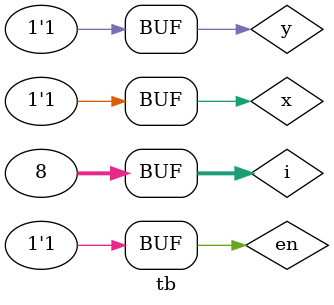
<source format=v>
module dec_2x4 (
    input x, y, en,
    output a, b, c, d
);
    assign {a, b, c, d} = en ? 1 << {x, y} : 0;
    //if using gate_level
    /*
    not(nx, x);
    not(ny, y);
    and(d, en, nx, ny);
    and(c, en, nx, y);
    and(b, en, x, ny);
    and(a, en, x, y);
    */
endmodule

module tb (
);
    reg x, y, en;
    wire a, b, c, d;
    integer i;

    dec_2x4 u0(.x(x), .y(y), .en(en), .a(a), .b(b), .c(c), .d(d));

    initial begin
        {x, y, en} <= 0;
        $monitor("[%0t] x=%0b y=%0b en=%0b a=%0b b=%0b c=%0b d=%0b", $time, x, y, en, a, b, c, d);

        for(i = 0; i < 8; i = i + 1)
            #1 {x, y, en} <= i;
    end
    
endmodule

//output
/*
[0] x=0 y=0 en=0 a=0 b=0 c=0 d=0
[2] x=0 y=0 en=1 a=0 b=0 c=0 d=1
[3] x=0 y=1 en=0 a=0 b=0 c=0 d=0
[4] x=0 y=1 en=1 a=0 b=0 c=1 d=0
[5] x=1 y=0 en=0 a=0 b=0 c=0 d=0
[6] x=1 y=0 en=1 a=0 b=1 c=0 d=0
[7] x=1 y=1 en=0 a=0 b=0 c=0 d=0
[8] x=1 y=1 en=1 a=1 b=0 c=0 d=0
*/
</source>
